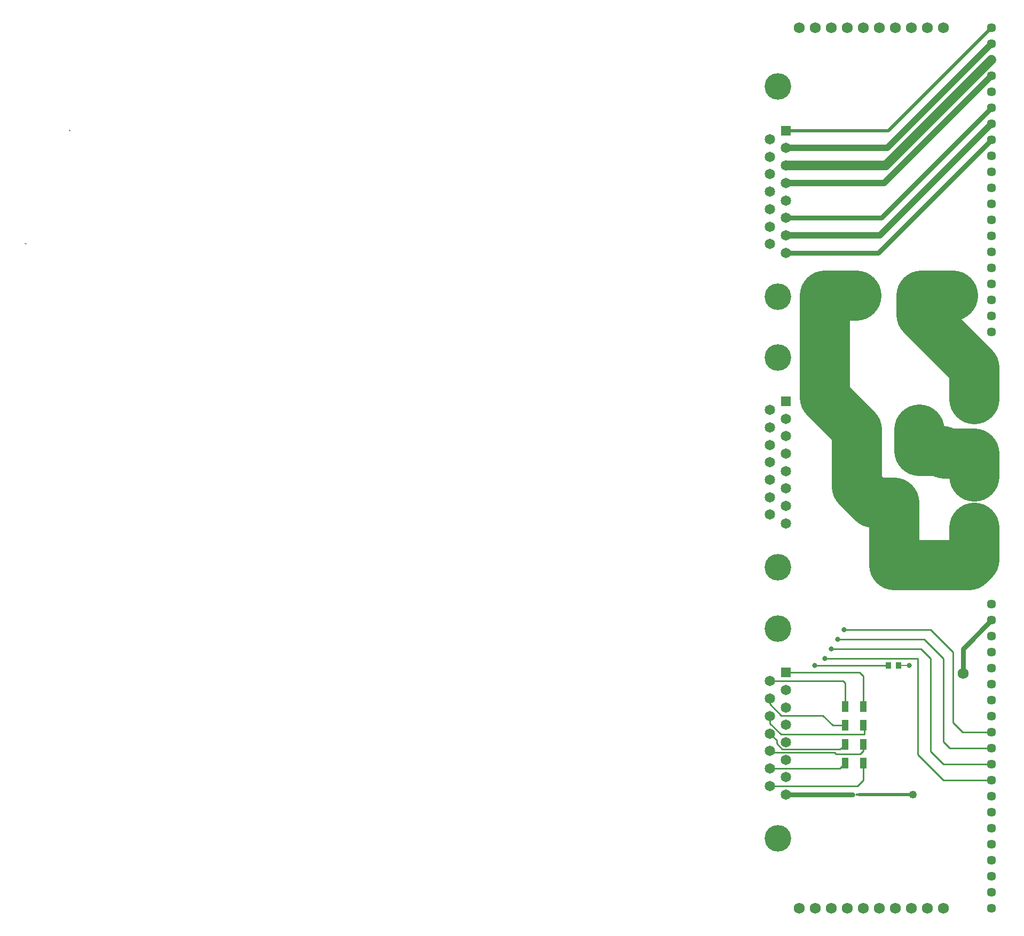
<source format=gbr>
%TF.GenerationSoftware,KiCad,Pcbnew,8.0.7*%
%TF.CreationDate,2025-01-14T17:00:07-05:00*%
%TF.ProjectId,IO Board,494f2042-6f61-4726-942e-6b696361645f,rev?*%
%TF.SameCoordinates,Original*%
%TF.FileFunction,Copper,L1,Top*%
%TF.FilePolarity,Positive*%
%FSLAX46Y46*%
G04 Gerber Fmt 4.6, Leading zero omitted, Abs format (unit mm)*
G04 Created by KiCad (PCBNEW 8.0.7) date 2025-01-14 17:00:07*
%MOMM*%
%LPD*%
G01*
G04 APERTURE LIST*
%TA.AperFunction,ComponentPad*%
%ADD10R,2.108200X2.108200*%
%TD*%
%TA.AperFunction,ComponentPad*%
%ADD11C,2.108200*%
%TD*%
%TA.AperFunction,SMDPad,CuDef*%
%ADD12R,1.117600X1.752600*%
%TD*%
%TA.AperFunction,ComponentPad*%
%ADD13C,1.950000*%
%TD*%
%TA.AperFunction,ComponentPad*%
%ADD14R,1.650000X1.650000*%
%TD*%
%TA.AperFunction,ComponentPad*%
%ADD15C,1.650000*%
%TD*%
%TA.AperFunction,ComponentPad*%
%ADD16C,4.216000*%
%TD*%
%TA.AperFunction,SMDPad,CuDef*%
%ADD17R,0.558800X0.335280*%
%TD*%
%TA.AperFunction,ComponentPad*%
%ADD18C,1.750000*%
%TD*%
%TA.AperFunction,ComponentPad*%
%ADD19C,1.447800*%
%TD*%
%TA.AperFunction,SMDPad,CuDef*%
%ADD20R,0.940000X1.020000*%
%TD*%
%TA.AperFunction,ViaPad*%
%ADD21C,0.800000*%
%TD*%
%TA.AperFunction,ViaPad*%
%ADD22C,1.750000*%
%TD*%
%TA.AperFunction,ViaPad*%
%ADD23C,1.250000*%
%TD*%
%TA.AperFunction,Conductor*%
%ADD24C,0.200000*%
%TD*%
%TA.AperFunction,Conductor*%
%ADD25C,1.000000*%
%TD*%
%TA.AperFunction,Conductor*%
%ADD26C,0.250000*%
%TD*%
%TA.AperFunction,Conductor*%
%ADD27C,0.500000*%
%TD*%
%TA.AperFunction,Conductor*%
%ADD28C,0.750000*%
%TD*%
%TA.AperFunction,Conductor*%
%ADD29C,1.500000*%
%TD*%
%TA.AperFunction,Conductor*%
%ADD30C,8.000000*%
%TD*%
G04 APERTURE END LIST*
D10*
%TO.P,F1,1,1*%
%TO.N,Net-(F1-Pad1)*%
X108200000Y-84100000D03*
D11*
%TO.P,F1,2,2*%
X108200000Y-87503600D03*
%TO.P,F1,3,3*%
%TO.N,Net-(F1-Pad3)*%
X118106000Y-87503600D03*
%TO.P,F1,4,4*%
X118106000Y-84100000D03*
%TD*%
D12*
%TO.P,R31,1*%
%TO.N,Net-(J4-Pad14)*%
X106324400Y-137000000D03*
%TO.P,R31,2*%
%TO.N,Net-(J4-Pad15)*%
X109220000Y-137000000D03*
%TD*%
D13*
%TO.P,J8,1*%
%TO.N,Net-(J1-Pad1)*%
X118400000Y-62850000D03*
%TO.P,J8,2*%
X123400000Y-62850000D03*
%TD*%
%TO.P,J10,1*%
%TO.N,Net-(F1-Pad3)*%
X126800000Y-86940000D03*
%TO.P,J10,2*%
X126800000Y-91940000D03*
%TD*%
D14*
%TO.P,J4,01,01*%
%TO.N,Net-(J4-Pad01)*%
X96930000Y-122615000D03*
D15*
%TO.P,J4,02,02*%
%TO.N,unconnected-(J4-Pad02)*%
X96930000Y-125385000D03*
%TO.P,J4,03,03*%
%TO.N,unconnected-(J4-Pad03)*%
X96930000Y-128155000D03*
%TO.P,J4,04,04*%
%TO.N,Net-(J4-Pad04)*%
X96930000Y-130925000D03*
%TO.P,J4,05,05*%
%TO.N,Net-(J4-Pad05)*%
X96930000Y-133695000D03*
%TO.P,J4,06,06*%
%TO.N,Net-(J4-Pad06)*%
X96930000Y-136465000D03*
%TO.P,J4,07,07*%
%TO.N,Net-(J4-Pad07)*%
X96930000Y-139235000D03*
%TO.P,J4,08,08*%
%TO.N,Net-(J4-Pad08)*%
X96930000Y-142005000D03*
%TO.P,J4,09,09*%
%TO.N,Net-(J4-Pad09)*%
X94390000Y-124000000D03*
%TO.P,J4,10,10*%
%TO.N,Net-(J4-Pad10)*%
X94390000Y-126770000D03*
%TO.P,J4,11,11*%
%TO.N,Net-(J4-Pad11)*%
X94390000Y-129540000D03*
%TO.P,J4,12,12*%
%TO.N,Net-(J4-Pad12)*%
X94390000Y-132310000D03*
%TO.P,J4,13,13*%
%TO.N,Net-(J4-Pad13)*%
X94390000Y-135080000D03*
%TO.P,J4,14,14*%
%TO.N,Net-(J4-Pad14)*%
X94390000Y-137850000D03*
%TO.P,J4,15,15*%
%TO.N,Net-(J4-Pad15)*%
X94390000Y-140620000D03*
D16*
%TO.P,J4,S1,SHIELD*%
%TO.N,Net-(J1-Pad1)*%
X95660000Y-115650000D03*
%TO.P,J4,S2,SHIELD*%
X95660000Y-148970000D03*
%TD*%
D12*
%TO.P,R28,1*%
%TO.N,Net-(J4-Pad10)*%
X106324400Y-131000000D03*
%TO.P,R28,2*%
%TO.N,Net-(J4-Pad11)*%
X109220000Y-131000000D03*
%TD*%
%TO.P,R30,1*%
%TO.N,Net-(J4-Pad12)*%
X106324400Y-134000000D03*
%TO.P,R30,2*%
%TO.N,Net-(J4-Pad13)*%
X109220000Y-134000000D03*
%TD*%
D17*
%TO.P,R23,1*%
%TO.N,Net-(J4-Pad08)*%
X107500000Y-142000000D03*
%TO.P,R23,2*%
%TO.N,Net-(J6-Pad8)*%
X108292480Y-142000000D03*
%TD*%
D18*
%TO.P,REF\u002A\u002A,1*%
%TO.N,N/C*%
X99060000Y-160020000D03*
%TO.P,REF\u002A\u002A,2*%
X101600000Y-160020000D03*
%TO.P,REF\u002A\u002A,3*%
X104140000Y-160020000D03*
%TO.P,REF\u002A\u002A,4*%
X106680000Y-160020000D03*
%TO.P,REF\u002A\u002A,5*%
X109220000Y-160020000D03*
%TO.P,REF\u002A\u002A,6*%
X111760000Y-160020000D03*
%TO.P,REF\u002A\u002A,7*%
X114300000Y-160020000D03*
%TO.P,REF\u002A\u002A,8*%
X116840000Y-160020000D03*
%TO.P,REF\u002A\u002A,9*%
X119380000Y-160020000D03*
%TO.P,REF\u002A\u002A,10*%
X121920000Y-160020000D03*
%TD*%
D13*
%TO.P,J11,1*%
%TO.N,Net-(F1-Pad1)*%
X126800000Y-99700000D03*
%TO.P,J11,2*%
X126800000Y-104700000D03*
%TD*%
D19*
%TO.P,J5,1,1*%
%TO.N,Net-(J2-Pad01)*%
X129540000Y-20340500D03*
%TO.P,J5,2,2*%
%TO.N,Net-(J2-Pad02)*%
X129540000Y-22880500D03*
%TO.P,J5,3,3*%
%TO.N,Net-(J2-Pad03)*%
X129540000Y-25420500D03*
%TO.P,J5,4,4*%
%TO.N,Net-(J2-Pad04)*%
X129540000Y-27960500D03*
%TO.P,J5,5,5*%
%TO.N,unconnected-(J5-Pad5)*%
X129540000Y-30500500D03*
%TO.P,J5,6,6*%
%TO.N,Net-(J2-Pad06)*%
X129540000Y-33040500D03*
%TO.P,J5,7,7*%
%TO.N,Net-(J2-Pad07)*%
X129540000Y-35580500D03*
%TO.P,J5,8,8*%
%TO.N,Net-(J2-Pad08)*%
X129540000Y-38120500D03*
%TO.P,J5,9,9*%
%TO.N,Net-(J2-Pad09)*%
X129540000Y-40660500D03*
%TO.P,J5,10,10*%
%TO.N,Net-(J2-Pad10)*%
X129540000Y-43200500D03*
%TO.P,J5,11,11*%
%TO.N,Net-(J2-Pad11)*%
X129540000Y-45740500D03*
%TO.P,J5,12,12*%
%TO.N,Net-(J2-Pad12)*%
X129540000Y-48280500D03*
%TO.P,J5,13,13*%
%TO.N,Net-(J2-Pad13)*%
X129540000Y-50820500D03*
%TO.P,J5,14,14*%
%TO.N,Net-(J2-Pad14)*%
X129540000Y-53360500D03*
%TO.P,J5,15,15*%
%TO.N,Net-(J2-Pad15)*%
X129540000Y-55900500D03*
%TO.P,J5,16,16*%
%TO.N,unconnected-(J5-Pad16)*%
X129540000Y-58440500D03*
%TO.P,J5,17,17*%
%TO.N,unconnected-(J5-Pad17)*%
X129540000Y-60980500D03*
%TO.P,J5,18,18*%
%TO.N,unconnected-(J5-Pad18)*%
X129540000Y-63520500D03*
%TO.P,J5,19,19*%
%TO.N,unconnected-(J5-Pad19)*%
X129540000Y-66060500D03*
%TO.P,J5,20,20*%
%TO.N,unconnected-(J5-Pad20)*%
X129540000Y-68600500D03*
%TD*%
%TO.P,J6,1,1*%
%TO.N,unconnected-(J6-Pad1)*%
X129540000Y-111760000D03*
%TO.P,J6,2,2*%
%TO.N,unconnected-(J4-Pad02)*%
X129540000Y-114300000D03*
%TO.P,J6,3,3*%
%TO.N,unconnected-(J6-Pad3)*%
X129540000Y-116840000D03*
%TO.P,J6,4,4*%
%TO.N,Net-(J6-Pad4)*%
X129540000Y-119380000D03*
%TO.P,J6,5,5*%
%TO.N,Net-(J4-Pad05)*%
X129540000Y-121920000D03*
%TO.P,J6,6,6*%
%TO.N,Net-(J4-Pad06)*%
X129540000Y-124460000D03*
%TO.P,J6,7,7*%
%TO.N,Net-(J4-Pad07)*%
X129540000Y-127000000D03*
%TO.P,J6,8,8*%
%TO.N,Net-(J6-Pad8)*%
X129540000Y-129540000D03*
%TO.P,J6,9,9*%
%TO.N,Net-(J3-Pad12)*%
X129540000Y-132080000D03*
%TO.P,J6,10,10*%
%TO.N,Net-(J3-Pad13)*%
X129540000Y-134620000D03*
%TO.P,J6,11,11*%
%TO.N,Net-(J3-Pad14)*%
X129540000Y-137160000D03*
%TO.P,J6,12,12*%
%TO.N,Net-(J3-Pad15)*%
X129540000Y-139700000D03*
%TO.P,J6,13,13*%
%TO.N,unconnected-(J6-Pad13)*%
X129540000Y-142240000D03*
%TO.P,J6,14,14*%
%TO.N,unconnected-(J6-Pad14)*%
X129540000Y-144780000D03*
%TO.P,J6,15,15*%
%TO.N,unconnected-(J6-Pad15)*%
X129540000Y-147320000D03*
%TO.P,J6,16,16*%
%TO.N,unconnected-(J6-Pad16)*%
X129540000Y-149860000D03*
%TO.P,J6,17,17*%
%TO.N,unconnected-(J6-Pad17)*%
X129540000Y-152400000D03*
%TO.P,J6,18,18*%
%TO.N,unconnected-(J6-Pad18)*%
X129540000Y-154940000D03*
%TO.P,J6,19,19*%
%TO.N,unconnected-(J6-Pad19)*%
X129540000Y-157480000D03*
%TO.P,J6,20,20*%
%TO.N,unconnected-(J6-Pad20)*%
X129540000Y-160020000D03*
%TD*%
D14*
%TO.P,J2,01,01*%
%TO.N,Net-(J2-Pad01)*%
X96930000Y-36640750D03*
D15*
%TO.P,J2,02,02*%
%TO.N,Net-(J2-Pad02)*%
X96930000Y-39410750D03*
%TO.P,J2,03,03*%
%TO.N,Net-(J2-Pad03)*%
X96930000Y-42180750D03*
%TO.P,J2,04,04*%
%TO.N,Net-(J2-Pad04)*%
X96930000Y-44950750D03*
%TO.P,J2,05,05*%
%TO.N,unconnected-(J2-Pad05)*%
X96930000Y-47720750D03*
%TO.P,J2,06,06*%
%TO.N,Net-(J2-Pad06)*%
X96930000Y-50490750D03*
%TO.P,J2,07,07*%
%TO.N,Net-(J2-Pad07)*%
X96930000Y-53260750D03*
%TO.P,J2,08,08*%
%TO.N,Net-(J2-Pad08)*%
X96930000Y-56030750D03*
%TO.P,J2,09,09*%
%TO.N,Net-(J2-Pad09)*%
X94390000Y-38025750D03*
%TO.P,J2,10,10*%
%TO.N,Net-(J2-Pad10)*%
X94390000Y-40795750D03*
%TO.P,J2,11,11*%
%TO.N,Net-(J2-Pad11)*%
X94390000Y-43565750D03*
%TO.P,J2,12,12*%
%TO.N,Net-(J2-Pad12)*%
X94390000Y-46335750D03*
%TO.P,J2,13,13*%
%TO.N,Net-(J2-Pad13)*%
X94390000Y-49105750D03*
%TO.P,J2,14,14*%
%TO.N,Net-(J2-Pad14)*%
X94390000Y-51875750D03*
%TO.P,J2,15,15*%
%TO.N,Net-(J2-Pad15)*%
X94390000Y-54645750D03*
D16*
%TO.P,J2,S1,SHIELD*%
%TO.N,Net-(J1-Pad1)*%
X95660000Y-29675750D03*
%TO.P,J2,S2,SHIELD*%
X95660000Y-62995750D03*
%TD*%
D12*
%TO.P,R29,1*%
%TO.N,Net-(J4-Pad01)*%
X109220000Y-128000000D03*
%TO.P,R29,2*%
%TO.N,Net-(J4-Pad09)*%
X106324400Y-128000000D03*
%TD*%
D14*
%TO.P,J3,01,01*%
%TO.N,unconnected-(J3-Pad01)*%
X96930000Y-79580750D03*
D15*
%TO.P,J3,02,02*%
%TO.N,unconnected-(J3-Pad02)*%
X96930000Y-82350750D03*
%TO.P,J3,03,03*%
%TO.N,unconnected-(J3-Pad03)*%
X96930000Y-85120750D03*
%TO.P,J3,04,04*%
%TO.N,unconnected-(J3-Pad04)*%
X96930000Y-87890750D03*
%TO.P,J3,05,05*%
%TO.N,unconnected-(J3-Pad05)*%
X96930000Y-90660750D03*
%TO.P,J3,06,06*%
%TO.N,unconnected-(J3-Pad06)*%
X96930000Y-93430750D03*
%TO.P,J3,07,07*%
%TO.N,unconnected-(J3-Pad07)*%
X96930000Y-96200750D03*
%TO.P,J3,08,08*%
%TO.N,unconnected-(J3-Pad08)*%
X96930000Y-98970750D03*
%TO.P,J3,09,09*%
%TO.N,unconnected-(J3-Pad09)*%
X94390000Y-80965750D03*
%TO.P,J3,10,10*%
%TO.N,unconnected-(J3-Pad10)*%
X94390000Y-83735750D03*
%TO.P,J3,11,11*%
%TO.N,unconnected-(J3-Pad11)*%
X94390000Y-86505750D03*
%TO.P,J3,12,12*%
%TO.N,Net-(J3-Pad12)*%
X94390000Y-89275750D03*
%TO.P,J3,13,13*%
%TO.N,Net-(J3-Pad13)*%
X94390000Y-92045750D03*
%TO.P,J3,14,14*%
%TO.N,Net-(J3-Pad14)*%
X94390000Y-94815750D03*
%TO.P,J3,15,15*%
%TO.N,Net-(J3-Pad15)*%
X94390000Y-97585750D03*
D16*
%TO.P,J3,S1,SHIELD*%
%TO.N,Net-(J1-Pad1)*%
X95660000Y-72615750D03*
%TO.P,J3,S2,SHIELD*%
X95660000Y-105935750D03*
%TD*%
D13*
%TO.P,J7,1*%
%TO.N,Net-(F1-Pad1)*%
X103100000Y-62850000D03*
%TO.P,J7,2*%
X108100000Y-62850000D03*
%TD*%
D20*
%TO.P,R26,1*%
%TO.N,Net-(J4-Pad04)*%
X113170000Y-121500000D03*
%TO.P,R26,2*%
%TO.N,Net-(J6-Pad4)*%
X114750000Y-121500000D03*
%TD*%
D18*
%TO.P,J1,1,1*%
%TO.N,Net-(J1-Pad1)*%
X99060000Y-20320000D03*
%TO.P,J1,2,2*%
X101600000Y-20320000D03*
%TO.P,J1,3,3*%
X104140000Y-20320000D03*
%TO.P,J1,4,4*%
%TO.N,unconnected-(J1-Pad4)*%
X106680000Y-20320000D03*
%TO.P,J1,5,5*%
%TO.N,unconnected-(J1-Pad5)*%
X109220000Y-20320000D03*
%TO.P,J1,6,6*%
%TO.N,unconnected-(J1-Pad6)*%
X111760000Y-20320000D03*
%TO.P,J1,7,7*%
%TO.N,unconnected-(J1-Pad7)*%
X114300000Y-20320000D03*
%TO.P,J1,8,8*%
%TO.N,unconnected-(J1-Pad8)*%
X116840000Y-20320000D03*
%TO.P,J1,9,9*%
%TO.N,unconnected-(J1-Pad9)*%
X119380000Y-20320000D03*
%TO.P,J1,10,10*%
%TO.N,unconnected-(J1-Pad10)*%
X121920000Y-20320000D03*
%TD*%
D13*
%TO.P,J9,1*%
%TO.N,Net-(J1-Pad1)*%
X126800000Y-74280000D03*
%TO.P,J9,2*%
X126800000Y-79280000D03*
%TD*%
D21*
%TO.N,Net-(J3-Pad12)*%
X106172000Y-115824000D03*
%TO.N,Net-(J3-Pad13)*%
X105156000Y-117348000D03*
%TO.N,Net-(J3-Pad15)*%
X103124000Y-120396000D03*
%TO.N,Net-(J3-Pad14)*%
X104140000Y-118872000D03*
%TO.N,Net-(J4-Pad04)*%
X101500000Y-121490000D03*
D22*
%TO.N,unconnected-(J4-Pad02)*%
X125000000Y-122750000D03*
D23*
%TO.N,Net-(J6-Pad8)*%
X117094000Y-141986000D03*
D21*
%TO.N,Net-(J6-Pad4)*%
X116490000Y-121490000D03*
%TD*%
D24*
%TO.N,*%
X-16595000Y-36640750D02*
X-16740000Y-36495750D01*
X-23590000Y-54645750D02*
X-23740000Y-54495750D01*
D25*
%TO.N,Net-(J2-Pad02)*%
X96930000Y-39410750D02*
X112989250Y-39410750D01*
X112989250Y-39410750D02*
X129540000Y-22860000D01*
%TO.N,Net-(J2-Pad04)*%
X112529250Y-44950750D02*
X129540000Y-27940000D01*
X96930000Y-44950750D02*
X112529250Y-44950750D01*
D26*
%TO.N,Net-(J3-Pad12)*%
X106172000Y-115824000D02*
X119888000Y-115824000D01*
X119888000Y-115824000D02*
X123444000Y-119380000D01*
X124968000Y-132080000D02*
X129540000Y-132080000D01*
X124968000Y-132080000D02*
X123444000Y-130556000D01*
X123444000Y-130556000D02*
X123444000Y-119380000D01*
%TO.N,Net-(J3-Pad13)*%
X121920000Y-120396000D02*
X121920000Y-133604000D01*
X118872000Y-117348000D02*
X121920000Y-120396000D01*
X121920000Y-133604000D02*
X122936000Y-134620000D01*
X122936000Y-134620000D02*
X129540000Y-134620000D01*
X105156000Y-117348000D02*
X118872000Y-117348000D01*
%TO.N,Net-(J3-Pad15)*%
X103124000Y-120396000D02*
X117856000Y-120396000D01*
X121920000Y-139700000D02*
X129540000Y-139700000D01*
X117856000Y-120396000D02*
X117856000Y-135636000D01*
X117856000Y-135636000D02*
X121920000Y-139700000D01*
%TO.N,Net-(J3-Pad14)*%
X118364000Y-118872000D02*
X119888000Y-120396000D01*
X104140000Y-118872000D02*
X118364000Y-118872000D01*
X119888000Y-120396000D02*
X119888000Y-135128000D01*
X121920000Y-137160000D02*
X129540000Y-137160000D01*
X119888000Y-135128000D02*
X121920000Y-137160000D01*
D27*
%TO.N,Net-(J2-Pad01)*%
X96930000Y-36640750D02*
X113219250Y-36640750D01*
X113219250Y-36640750D02*
X129540000Y-20320000D01*
X97030000Y-36640750D02*
X97170750Y-36500000D01*
D25*
%TO.N,Net-(J2-Pad07)*%
X111839250Y-53260750D02*
X129540000Y-35560000D01*
X96930000Y-53260750D02*
X111839250Y-53260750D01*
D28*
%TO.N,Net-(J2-Pad08)*%
X96930000Y-56030750D02*
X111609250Y-56030750D01*
X111609250Y-56030750D02*
X129540000Y-38100000D01*
D29*
%TO.N,Net-(J2-Pad03)*%
X96930000Y-42180750D02*
X112759250Y-42180750D01*
X112759250Y-42180750D02*
X129540000Y-25400000D01*
D28*
%TO.N,Net-(J2-Pad06)*%
X112069250Y-50490750D02*
X129540000Y-33020000D01*
X96930000Y-50490750D02*
X112069250Y-50490750D01*
D26*
%TO.N,Net-(J4-Pad12)*%
X95450000Y-133900000D02*
X95450000Y-133370000D01*
X106324400Y-134000000D02*
X105504400Y-134820000D01*
X95450000Y-133370000D02*
X94390000Y-132310000D01*
X105504400Y-134820000D02*
X96370000Y-134820000D01*
X96370000Y-134820000D02*
X95450000Y-133900000D01*
%TO.N,Net-(J4-Pad04)*%
X101500000Y-121490000D02*
X101510000Y-121500000D01*
X101510000Y-121500000D02*
X113170000Y-121500000D01*
%TO.N,Net-(J4-Pad10)*%
X102800000Y-129450000D02*
X104350000Y-131000000D01*
X104350000Y-131000000D02*
X106324400Y-131000000D01*
X96200000Y-129450000D02*
X102800000Y-129450000D01*
D24*
X94390000Y-126770000D02*
X94390000Y-127640000D01*
D26*
X94390000Y-127640000D02*
X96200000Y-129450000D01*
%TO.N,Net-(J4-Pad01)*%
X108615000Y-122615000D02*
X109220000Y-123220000D01*
X96930000Y-122615000D02*
X108615000Y-122615000D01*
X109220000Y-123220000D02*
X109220000Y-128000000D01*
D28*
%TO.N,Net-(J4-Pad08)*%
X96930000Y-142005000D02*
X107495000Y-142005000D01*
D24*
X107495000Y-142005000D02*
X107500000Y-142000000D01*
D26*
%TO.N,Net-(J4-Pad15)*%
X94390000Y-140620000D02*
X108280000Y-140620000D01*
X109220000Y-139680000D02*
X109220000Y-137000000D01*
X108280000Y-140620000D02*
X109220000Y-139680000D01*
%TO.N,Net-(J4-Pad14)*%
X94390000Y-137850000D02*
X105474400Y-137850000D01*
X105474400Y-137850000D02*
X106324400Y-137000000D01*
%TO.N,Net-(J4-Pad11)*%
X109400000Y-132450000D02*
X109400000Y-131180000D01*
D24*
X109400000Y-131180000D02*
X109220000Y-131000000D01*
D26*
X94390000Y-129540000D02*
X94390000Y-130706726D01*
X96133274Y-132450000D02*
X109400000Y-132450000D01*
X94390000Y-130706726D02*
X96133274Y-132450000D01*
D28*
%TO.N,unconnected-(J4-Pad02)*%
X125000000Y-118840000D02*
X129540000Y-114300000D01*
X125000000Y-122750000D02*
X125000000Y-118840000D01*
D26*
%TO.N,Net-(J4-Pad13)*%
X94650000Y-135340000D02*
X104590000Y-135340000D01*
X109220000Y-135076300D02*
X109220000Y-134000000D01*
X104590000Y-135340000D02*
X104850000Y-135600000D01*
X104850000Y-135600000D02*
X108696300Y-135600000D01*
X108696300Y-135600000D02*
X109220000Y-135076300D01*
D24*
X94390000Y-135080000D02*
X94650000Y-135340000D01*
D26*
%TO.N,Net-(J4-Pad09)*%
X106324400Y-124324400D02*
X106324400Y-128000000D01*
X106000000Y-124000000D02*
X106324400Y-124324400D01*
X94390000Y-124000000D02*
X106000000Y-124000000D01*
D27*
%TO.N,Net-(J6-Pad8)*%
X108500000Y-142000000D02*
X117080000Y-142000000D01*
D30*
%TO.N,Net-(F1-Pad1)*%
X110698200Y-95647000D02*
X114101800Y-95647000D01*
X108200000Y-87503600D02*
X108200000Y-93148800D01*
X108100000Y-62850000D02*
X103100000Y-62850000D01*
X108200000Y-93148800D02*
X110698200Y-95647000D01*
X114101800Y-105553000D02*
X125947000Y-105553000D01*
X103100000Y-62850000D02*
X103100000Y-79000000D01*
X125947000Y-105553000D02*
X126800000Y-104700000D01*
X103100000Y-79000000D02*
X108200000Y-84100000D01*
X114101800Y-95647000D02*
X114101800Y-105553000D01*
X108200000Y-84100000D02*
X108200000Y-87503600D01*
X126800000Y-104700000D02*
X126800000Y-99700000D01*
%TO.N,Net-(F1-Pad3)*%
X121707048Y-87503600D02*
X122103448Y-87900000D01*
X118106000Y-87503600D02*
X121707048Y-87503600D01*
X122103448Y-87900000D02*
X126800000Y-87900000D01*
X126800000Y-87900000D02*
X126800000Y-91500000D01*
X118106000Y-84100000D02*
X118106000Y-87503600D01*
%TO.N,Net-(J1-Pad1)*%
X118400000Y-62850000D02*
X118400000Y-65880000D01*
X126800000Y-74280000D02*
X126800000Y-79280000D01*
X118400000Y-65880000D02*
X126800000Y-74280000D01*
X123400000Y-62850000D02*
X118400000Y-62850000D01*
D24*
%TO.N,Net-(J6-Pad4)*%
X114750000Y-121500000D02*
X116480000Y-121500000D01*
X116480000Y-121500000D02*
X116490000Y-121490000D01*
%TD*%
M02*

</source>
